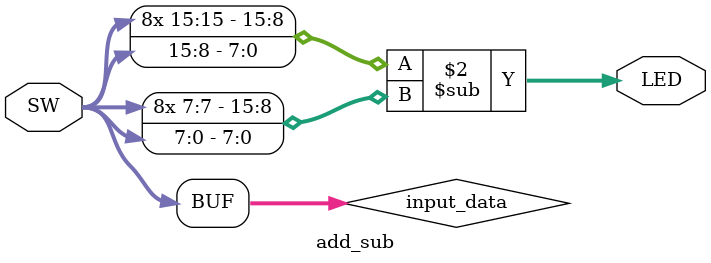
<source format=sv>
`timescale 1ns/10ps
module add_sub #(
  parameter SELECTOR = 0,
  parameter BITS = 16
) (
  input wire [BITS-1:0] SW,
  output logic signed [BITS-1:0] LED
);

typedef struct packed {
  logic signed [BITS/2-1:0] a_in;
  logic signed [BITS/2-1:0] b_in;
} InputData;

InputData input_data;

always_comb begin
  input_data.a_in = SW[BITS-1:BITS/2];
  input_data.b_in = SW[BITS/2-1:0];
  if (SELECTOR == "ADD") 
    LED = input_data.a_in + input_data.b_in;
  else
    LED = input_data.a_in - input_data.b_in;
end

endmodule

</source>
